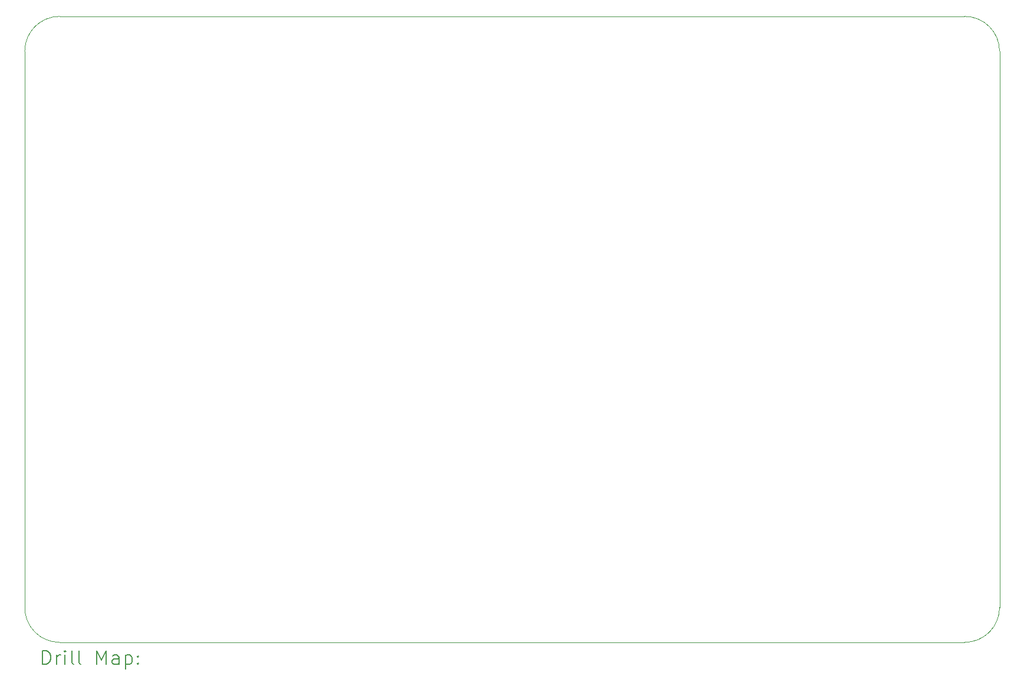
<source format=gbr>
%TF.GenerationSoftware,KiCad,Pcbnew,8.0.0*%
%TF.CreationDate,2024-04-26T12:40:18-04:00*%
%TF.ProjectId,SurgicalLightBoostConverterModule,53757267-6963-4616-9c4c-69676874426f,rev?*%
%TF.SameCoordinates,Original*%
%TF.FileFunction,Drillmap*%
%TF.FilePolarity,Positive*%
%FSLAX45Y45*%
G04 Gerber Fmt 4.5, Leading zero omitted, Abs format (unit mm)*
G04 Created by KiCad (PCBNEW 8.0.0) date 2024-04-26 12:40:18*
%MOMM*%
%LPD*%
G01*
G04 APERTURE LIST*
%ADD10C,0.100000*%
%ADD11C,0.200000*%
G04 APERTURE END LIST*
D10*
X2500000Y-11000000D02*
G75*
G02*
X2000000Y-10500000I0J500000D01*
G01*
X15500000Y-2000000D02*
G75*
G02*
X16000000Y-2500000I0J-500000D01*
G01*
X2500000Y-2000000D02*
X15500000Y-2000000D01*
X2000000Y-2500000D02*
G75*
G02*
X2500000Y-2000000I500000J0D01*
G01*
X16000000Y-10500000D02*
G75*
G02*
X15500000Y-11000000I-500000J0D01*
G01*
X15500000Y-11000000D02*
X2500000Y-11000000D01*
X16000000Y-2500000D02*
X16000000Y-10500000D01*
X2000000Y-10500000D02*
X2000000Y-2500000D01*
D11*
X2255777Y-11316484D02*
X2255777Y-11116484D01*
X2255777Y-11116484D02*
X2303396Y-11116484D01*
X2303396Y-11116484D02*
X2331967Y-11126008D01*
X2331967Y-11126008D02*
X2351015Y-11145055D01*
X2351015Y-11145055D02*
X2360539Y-11164103D01*
X2360539Y-11164103D02*
X2370063Y-11202198D01*
X2370063Y-11202198D02*
X2370063Y-11230769D01*
X2370063Y-11230769D02*
X2360539Y-11268865D01*
X2360539Y-11268865D02*
X2351015Y-11287912D01*
X2351015Y-11287912D02*
X2331967Y-11306960D01*
X2331967Y-11306960D02*
X2303396Y-11316484D01*
X2303396Y-11316484D02*
X2255777Y-11316484D01*
X2455777Y-11316484D02*
X2455777Y-11183150D01*
X2455777Y-11221246D02*
X2465301Y-11202198D01*
X2465301Y-11202198D02*
X2474824Y-11192674D01*
X2474824Y-11192674D02*
X2493872Y-11183150D01*
X2493872Y-11183150D02*
X2512920Y-11183150D01*
X2579586Y-11316484D02*
X2579586Y-11183150D01*
X2579586Y-11116484D02*
X2570063Y-11126008D01*
X2570063Y-11126008D02*
X2579586Y-11135531D01*
X2579586Y-11135531D02*
X2589110Y-11126008D01*
X2589110Y-11126008D02*
X2579586Y-11116484D01*
X2579586Y-11116484D02*
X2579586Y-11135531D01*
X2703396Y-11316484D02*
X2684348Y-11306960D01*
X2684348Y-11306960D02*
X2674824Y-11287912D01*
X2674824Y-11287912D02*
X2674824Y-11116484D01*
X2808158Y-11316484D02*
X2789110Y-11306960D01*
X2789110Y-11306960D02*
X2779586Y-11287912D01*
X2779586Y-11287912D02*
X2779586Y-11116484D01*
X3036729Y-11316484D02*
X3036729Y-11116484D01*
X3036729Y-11116484D02*
X3103396Y-11259341D01*
X3103396Y-11259341D02*
X3170062Y-11116484D01*
X3170062Y-11116484D02*
X3170062Y-11316484D01*
X3351015Y-11316484D02*
X3351015Y-11211722D01*
X3351015Y-11211722D02*
X3341491Y-11192674D01*
X3341491Y-11192674D02*
X3322443Y-11183150D01*
X3322443Y-11183150D02*
X3284348Y-11183150D01*
X3284348Y-11183150D02*
X3265301Y-11192674D01*
X3351015Y-11306960D02*
X3331967Y-11316484D01*
X3331967Y-11316484D02*
X3284348Y-11316484D01*
X3284348Y-11316484D02*
X3265301Y-11306960D01*
X3265301Y-11306960D02*
X3255777Y-11287912D01*
X3255777Y-11287912D02*
X3255777Y-11268865D01*
X3255777Y-11268865D02*
X3265301Y-11249817D01*
X3265301Y-11249817D02*
X3284348Y-11240293D01*
X3284348Y-11240293D02*
X3331967Y-11240293D01*
X3331967Y-11240293D02*
X3351015Y-11230769D01*
X3446253Y-11183150D02*
X3446253Y-11383150D01*
X3446253Y-11192674D02*
X3465301Y-11183150D01*
X3465301Y-11183150D02*
X3503396Y-11183150D01*
X3503396Y-11183150D02*
X3522443Y-11192674D01*
X3522443Y-11192674D02*
X3531967Y-11202198D01*
X3531967Y-11202198D02*
X3541491Y-11221246D01*
X3541491Y-11221246D02*
X3541491Y-11278388D01*
X3541491Y-11278388D02*
X3531967Y-11297436D01*
X3531967Y-11297436D02*
X3522443Y-11306960D01*
X3522443Y-11306960D02*
X3503396Y-11316484D01*
X3503396Y-11316484D02*
X3465301Y-11316484D01*
X3465301Y-11316484D02*
X3446253Y-11306960D01*
X3627205Y-11297436D02*
X3636729Y-11306960D01*
X3636729Y-11306960D02*
X3627205Y-11316484D01*
X3627205Y-11316484D02*
X3617682Y-11306960D01*
X3617682Y-11306960D02*
X3627205Y-11297436D01*
X3627205Y-11297436D02*
X3627205Y-11316484D01*
X3627205Y-11192674D02*
X3636729Y-11202198D01*
X3636729Y-11202198D02*
X3627205Y-11211722D01*
X3627205Y-11211722D02*
X3617682Y-11202198D01*
X3617682Y-11202198D02*
X3627205Y-11192674D01*
X3627205Y-11192674D02*
X3627205Y-11211722D01*
M02*

</source>
